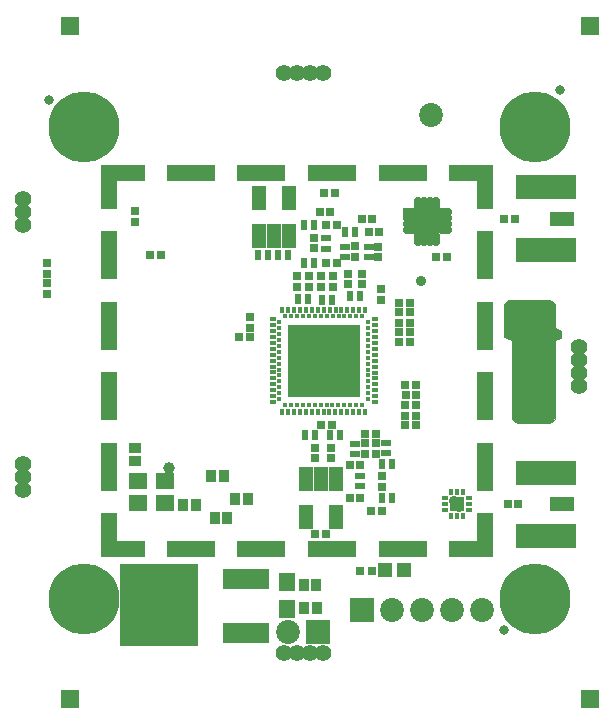
<source format=gts>
%FSLAX34Y34*%
G04 Gerber Fmt 3.4, Leading zero omitted, Abs format*
G04 (created by PCBNEW (2013-10-29 BZR 4389)-product) date 1/27/2015 9:26:38 PM*
%MOIN*%
G01*
G70*
G90*
G04 APERTURE LIST*
%ADD10C,0.005906*%
%ADD11C,0.031496*%
%ADD12C,0.035700*%
%ADD13C,0.055400*%
%ADD14R,0.059200X0.059200*%
%ADD15C,0.039500*%
%ADD16R,0.055000X0.058800*%
%ADD17R,0.058800X0.055000*%
%ADD18R,0.027300X0.025300*%
%ADD19R,0.025300X0.027300*%
%ADD20R,0.033700X0.021800*%
%ADD21R,0.021800X0.033700*%
%ADD22R,0.035300X0.039200*%
%ADD23R,0.039200X0.035300*%
%ADD24R,0.027300X0.027300*%
%ADD25C,0.236500*%
%ADD26R,0.157100X0.070400*%
%ADD27R,0.259400X0.275200*%
%ADD28R,0.051400X0.051400*%
%ADD29R,0.204900X0.078900*%
%ADD30R,0.078900X0.047500*%
%ADD31R,0.079700X0.079700*%
%ADD32C,0.079700*%
%ADD33R,0.045300X0.080300*%
%ADD34R,0.082300X0.082300*%
%ADD35O,0.027100X0.048900*%
%ADD36O,0.027600X0.048900*%
%ADD37O,0.027200X0.048900*%
%ADD38O,0.048900X0.027200*%
%ADD39R,0.048900X0.027200*%
%ADD40O,0.048900X0.027600*%
%ADD41R,0.035700X0.040900*%
%ADD42R,0.022000X0.031400*%
%ADD43R,0.047600X0.029500*%
%ADD44R,0.052700X0.029500*%
%ADD45R,0.055400X0.029500*%
%ADD46R,0.075900X0.029500*%
%ADD47R,0.021900X0.029500*%
%ADD48R,0.021900X0.028300*%
%ADD49R,0.022000X0.029500*%
%ADD50R,0.021900X0.037100*%
%ADD51R,0.021900X0.054200*%
%ADD52R,0.021900X0.050400*%
%ADD53R,0.021900X0.029400*%
%ADD54R,0.021900X0.040900*%
%ADD55R,0.021900X0.058000*%
%ADD56R,0.021900X0.067500*%
%ADD57R,0.021900X0.078900*%
%ADD58R,0.021900X0.084600*%
%ADD59R,0.021900X0.090300*%
%ADD60R,0.021900X0.097900*%
%ADD61R,0.021900X0.048500*%
%ADD62R,0.021900X0.044700*%
%ADD63R,0.021900X0.042800*%
%ADD64R,0.021900X0.039000*%
%ADD65R,0.021900X0.033300*%
%ADD66R,0.021900X0.027600*%
%ADD67R,0.021900X0.023800*%
%ADD68R,0.021900X0.063700*%
%ADD69R,0.021900X0.075100*%
%ADD70R,0.021900X0.031400*%
%ADD71R,0.021900X0.025700*%
%ADD72R,0.022000X0.034000*%
%ADD73R,0.021900X0.053500*%
%ADD74R,0.021900X0.035200*%
%ADD75R,0.021900X0.056100*%
%ADD76R,0.021900X0.059900*%
%ADD77R,0.021900X0.052300*%
%ADD78R,0.021900X0.046600*%
%ADD79R,0.079100X0.029500*%
%ADD80R,0.035700X0.029500*%
%ADD81R,0.022000X0.058000*%
%ADD82R,0.021900X0.061800*%
%ADD83R,0.049500X0.029500*%
%ADD84R,0.041700X0.029500*%
%ADD85R,0.092400X0.029500*%
%ADD86R,0.021900X0.398100*%
%ADD87R,0.012992X0.024803*%
%ADD88R,0.024803X0.012992*%
%ADD89R,0.046457X0.046457*%
%ADD90R,0.240146X0.240146*%
%ADD91R,0.023500X0.039300*%
%ADD92R,0.015500X0.015500*%
%ADD93R,0.015500X0.021500*%
%ADD94R,0.021500X0.015500*%
%ADD95R,0.164900X0.054600*%
%ADD96R,0.145300X0.054600*%
%ADD97R,0.054600X0.145300*%
%ADD98R,0.054600X0.164900*%
%ADD99C,0.003900*%
G04 APERTURE END LIST*
G54D10*
G54D11*
X48590Y-31346D03*
X65629Y-31015D03*
X63771Y-49007D03*
G54D12*
X61386Y-35540D03*
X61024Y-35536D03*
X61024Y-35198D03*
X61394Y-35193D03*
G54D13*
X47725Y-34630D03*
X47725Y-35063D03*
X47725Y-35496D03*
X47725Y-44335D03*
X47725Y-43902D03*
X47725Y-43469D03*
X66268Y-39571D03*
X66268Y-40004D03*
X66268Y-40437D03*
X66268Y-40870D03*
G54D14*
X49299Y-51303D03*
X49299Y-51303D03*
X66622Y-51303D03*
X66622Y-51303D03*
X66621Y-28862D03*
X66621Y-28862D03*
G54D12*
X58299Y-40354D03*
X58299Y-39921D03*
X58082Y-40138D03*
X58515Y-40138D03*
X61011Y-37386D03*
X62078Y-44708D03*
X62275Y-44901D03*
X58732Y-40354D03*
X57866Y-40354D03*
X57433Y-40354D03*
X57000Y-40354D03*
X56783Y-40571D03*
X57216Y-40571D03*
X57653Y-40571D03*
X58082Y-40571D03*
X58515Y-40571D03*
X58515Y-41004D03*
X58082Y-41004D03*
X57653Y-41004D03*
X57216Y-41004D03*
X56783Y-41004D03*
X57000Y-40787D03*
X57433Y-40787D03*
X58299Y-40787D03*
X57866Y-40787D03*
X58732Y-40787D03*
X58732Y-39921D03*
X57866Y-39921D03*
X57433Y-39921D03*
X57000Y-39921D03*
X56783Y-40138D03*
X57216Y-40138D03*
X57653Y-40138D03*
X58515Y-39705D03*
X58082Y-39705D03*
X57653Y-39705D03*
X57216Y-39705D03*
X56783Y-39705D03*
X57000Y-39488D03*
X57433Y-39488D03*
X58299Y-39488D03*
X57866Y-39488D03*
X58732Y-39488D03*
X58732Y-39055D03*
X57866Y-39055D03*
X58299Y-39055D03*
X57433Y-39055D03*
X57000Y-39055D03*
X56783Y-39272D03*
X57216Y-39272D03*
X57653Y-39272D03*
X58082Y-39272D03*
X58515Y-39272D03*
G54D15*
X52586Y-43621D03*
G54D16*
X56532Y-48310D03*
X56532Y-47406D03*
G54D17*
X51568Y-44036D03*
X52472Y-44036D03*
X51568Y-44772D03*
X52472Y-44772D03*
G54D18*
X51445Y-35036D03*
X51445Y-35406D03*
G54D19*
X61870Y-36559D03*
X61500Y-36559D03*
G54D18*
X60461Y-41890D03*
X60461Y-41520D03*
X55299Y-38559D03*
X55299Y-38929D03*
X60827Y-41504D03*
X60827Y-41874D03*
X60618Y-38784D03*
X60618Y-38414D03*
X60264Y-38402D03*
X60264Y-38772D03*
X59665Y-38024D03*
X59665Y-37654D03*
G54D20*
X58799Y-43133D03*
X58799Y-42793D03*
X57825Y-35952D03*
X57825Y-36292D03*
X59843Y-43123D03*
X59843Y-42783D03*
G54D21*
X58800Y-35740D03*
X58460Y-35740D03*
X57442Y-36787D03*
X57102Y-36787D03*
G54D20*
X58472Y-36568D03*
X58472Y-36228D03*
G54D21*
X57434Y-35512D03*
X57094Y-35512D03*
X58957Y-37870D03*
X58617Y-37870D03*
G54D20*
X59252Y-36247D03*
X59252Y-36587D03*
G54D21*
X58296Y-42520D03*
X57956Y-42520D03*
X57123Y-42500D03*
X57463Y-42500D03*
X59692Y-44606D03*
X60032Y-44606D03*
G54D20*
X58976Y-44225D03*
X58976Y-43885D03*
G54D21*
X59692Y-43484D03*
X60032Y-43484D03*
X57237Y-37984D03*
X56897Y-37984D03*
X56568Y-36500D03*
X56228Y-36500D03*
X55550Y-36496D03*
X55890Y-36496D03*
X58044Y-37992D03*
X57704Y-37992D03*
G54D22*
X57078Y-47500D03*
X57508Y-47500D03*
X57088Y-48284D03*
X57518Y-48284D03*
X54542Y-45276D03*
X54112Y-45276D03*
G54D23*
X51469Y-43372D03*
X51469Y-42943D03*
G54D22*
X53057Y-44851D03*
X53487Y-44851D03*
X55215Y-44638D03*
X54785Y-44638D03*
X53990Y-43882D03*
X54420Y-43882D03*
G54D24*
X59016Y-35305D03*
X59370Y-35305D03*
X59327Y-45031D03*
X59681Y-45031D03*
X58976Y-44606D03*
X58622Y-44606D03*
X59693Y-43878D03*
X59693Y-44232D03*
X58976Y-43504D03*
X58622Y-43504D03*
X59124Y-42776D03*
X59124Y-43130D03*
X59488Y-42776D03*
X59488Y-43130D03*
X59130Y-42477D03*
X59484Y-42477D03*
X59577Y-36584D03*
X59577Y-36230D03*
X57469Y-45799D03*
X57823Y-45799D03*
X57622Y-35059D03*
X57976Y-35059D03*
X58004Y-42933D03*
X58004Y-43287D03*
X57461Y-42933D03*
X57461Y-43287D03*
X57667Y-42165D03*
X58021Y-42165D03*
X59012Y-37480D03*
X59012Y-37126D03*
X59248Y-35744D03*
X59602Y-35744D03*
X58799Y-36575D03*
X58799Y-36221D03*
X57441Y-36289D03*
X57441Y-35935D03*
X51976Y-36496D03*
X52330Y-36496D03*
X57825Y-35522D03*
X58179Y-35522D03*
X58071Y-37579D03*
X58071Y-37225D03*
X57677Y-37579D03*
X57677Y-37225D03*
X57260Y-37575D03*
X57260Y-37221D03*
X57825Y-36781D03*
X58179Y-36781D03*
X57764Y-34433D03*
X58118Y-34433D03*
X56874Y-37567D03*
X56874Y-37213D03*
X58547Y-37480D03*
X58547Y-37126D03*
X63775Y-35299D03*
X64129Y-35299D03*
X48532Y-37130D03*
X48532Y-36776D03*
X48532Y-37457D03*
X48532Y-37811D03*
X60264Y-38110D03*
X60618Y-38110D03*
X60268Y-39083D03*
X60622Y-39083D03*
X60264Y-39406D03*
X60618Y-39406D03*
X60473Y-40831D03*
X60827Y-40831D03*
X60461Y-42173D03*
X60815Y-42173D03*
X55283Y-39252D03*
X54929Y-39252D03*
X60481Y-41173D03*
X60835Y-41173D03*
G54D25*
X49752Y-32228D03*
X64791Y-32228D03*
X64791Y-47975D03*
X49752Y-47975D03*
G54D26*
X55145Y-49107D03*
G54D27*
X52271Y-48173D03*
G54D26*
X55145Y-47309D03*
G54D19*
X59347Y-47051D03*
X58977Y-47051D03*
G54D28*
X60421Y-46992D03*
X59791Y-46992D03*
G54D15*
X52112Y-49195D03*
X51720Y-49197D03*
X52507Y-49197D03*
X51325Y-49197D03*
X51325Y-48802D03*
X51325Y-48410D03*
X51325Y-48015D03*
X51325Y-47622D03*
X51325Y-47267D03*
X51720Y-47267D03*
X52114Y-47267D03*
X52507Y-47267D03*
X52900Y-47267D03*
X52900Y-47622D03*
X52900Y-48015D03*
X52900Y-48410D03*
X52900Y-48802D03*
G54D14*
X49299Y-28862D03*
X49299Y-28862D03*
G54D13*
X56426Y-49768D03*
X56859Y-49768D03*
X57292Y-49768D03*
X57726Y-49768D03*
X56425Y-30437D03*
X56858Y-30437D03*
X57291Y-30437D03*
X57725Y-30437D03*
G54D29*
X65161Y-43763D03*
X65161Y-45867D03*
G54D30*
X65711Y-44815D03*
G54D29*
X65145Y-34246D03*
X65145Y-36350D03*
G54D30*
X65695Y-35298D03*
G54D31*
X57576Y-49079D03*
G54D32*
X56576Y-49079D03*
G54D33*
X57164Y-43981D03*
X57664Y-43981D03*
X58164Y-43981D03*
X58164Y-45232D03*
X57164Y-45232D03*
G54D34*
X61200Y-35379D03*
G54D35*
X61298Y-34799D03*
G54D36*
X61102Y-34799D03*
G54D35*
X60905Y-34799D03*
G54D36*
X61495Y-34799D03*
X61102Y-35959D03*
G54D37*
X60905Y-35960D03*
X61298Y-35960D03*
X61495Y-35960D03*
G54D38*
X60619Y-35281D03*
G54D39*
X60619Y-35084D03*
G54D38*
X60619Y-35477D03*
X60619Y-35674D03*
G54D40*
X61780Y-35281D03*
G54D38*
X61781Y-35084D03*
X61781Y-35477D03*
X61781Y-35674D03*
G54D33*
X56579Y-35874D03*
X56079Y-35874D03*
X55579Y-35874D03*
X55579Y-34623D03*
X56579Y-34623D03*
G54D41*
X65303Y-39141D03*
G54D42*
X65063Y-40479D03*
G54D43*
X64551Y-40832D03*
G54D44*
X64905Y-40832D03*
G54D45*
X64890Y-41137D03*
G54D46*
X64791Y-41438D03*
G54D47*
X65437Y-39141D03*
G54D48*
X64362Y-40940D03*
G54D49*
X64377Y-41328D03*
G54D48*
X64358Y-41334D03*
G54D50*
X64378Y-41479D03*
G54D51*
X65043Y-39587D03*
G54D52*
X65059Y-39606D03*
G54D47*
X65063Y-40224D03*
G54D49*
X65044Y-40224D03*
G54D53*
X65059Y-39826D03*
G54D54*
X63960Y-38571D03*
G54D55*
X63979Y-38561D03*
G54D56*
X63998Y-38571D03*
G54D57*
X64017Y-38571D03*
G54D58*
X64036Y-38561D03*
G54D59*
X64055Y-38571D03*
G54D60*
X64074Y-38571D03*
G54D61*
X64093Y-38837D03*
X64093Y-38305D03*
G54D62*
X64112Y-38875D03*
X64112Y-38267D03*
G54D63*
X64131Y-38903D03*
G54D54*
X64131Y-38229D03*
G54D64*
X64150Y-38922D03*
G54D50*
X64150Y-38210D03*
G54D65*
X64169Y-38932D03*
X64169Y-38210D03*
G54D47*
X64188Y-38932D03*
G54D62*
X64188Y-38571D03*
G54D66*
X64188Y-38200D03*
G54D67*
X64207Y-38941D03*
G54D51*
X64207Y-38561D03*
G54D67*
X64207Y-38200D03*
G54D68*
X64226Y-38571D03*
G54D56*
X64245Y-38571D03*
G54D69*
X64264Y-38571D03*
G54D63*
X64283Y-38751D03*
G54D54*
X64283Y-38381D03*
G54D50*
X64302Y-38780D03*
X64302Y-38362D03*
G54D70*
X64321Y-38789D03*
X64321Y-38352D03*
G54D71*
X64340Y-38799D03*
X64340Y-38343D03*
G54D65*
X64359Y-41915D03*
G54D72*
X64358Y-41464D03*
G54D73*
X64362Y-40712D03*
G54D70*
X64359Y-40024D03*
G54D52*
X64359Y-39606D03*
G54D47*
X64359Y-38571D03*
G54D74*
X64378Y-41905D03*
G54D47*
X64378Y-40946D03*
G54D75*
X64378Y-40699D03*
G54D74*
X64378Y-40024D03*
G54D51*
X64378Y-39587D03*
G54D54*
X64378Y-38571D03*
G54D74*
X64397Y-41905D03*
G54D50*
X64397Y-41478D03*
G54D47*
X64397Y-41326D03*
X64397Y-40946D03*
G54D55*
X64397Y-40689D03*
G54D74*
X64397Y-40024D03*
G54D55*
X64397Y-39568D03*
G54D61*
X64397Y-38571D03*
G54D74*
X64416Y-41905D03*
G54D50*
X64416Y-41478D03*
G54D47*
X64416Y-41307D03*
X64416Y-40965D03*
G54D76*
X64416Y-40680D03*
G54D74*
X64416Y-40024D03*
G54D76*
X64416Y-39559D03*
G54D77*
X64416Y-38571D03*
G54D50*
X64435Y-41896D03*
X64435Y-41478D03*
G54D47*
X64435Y-41307D03*
X64435Y-40965D03*
G54D65*
X64435Y-40528D03*
G54D50*
X64435Y-40034D03*
G54D74*
X64435Y-39416D03*
G54D47*
X64435Y-38685D03*
X64435Y-38457D03*
G54D50*
X64454Y-41896D03*
X64454Y-41478D03*
G54D47*
X64454Y-41288D03*
X64454Y-40984D03*
G54D70*
X64454Y-40499D03*
G54D64*
X64454Y-40024D03*
G54D65*
X64454Y-39388D03*
G54D67*
X64454Y-38694D03*
X64454Y-38447D03*
G54D50*
X64473Y-41896D03*
G54D64*
X64473Y-41487D03*
G54D47*
X64473Y-41288D03*
X64473Y-40984D03*
X64473Y-40490D03*
G54D66*
X64473Y-40081D03*
G54D47*
X64473Y-39977D03*
G54D70*
X64473Y-39359D03*
G54D50*
X64492Y-41896D03*
G54D64*
X64492Y-41487D03*
G54D47*
X64492Y-41269D03*
G54D66*
X64492Y-40993D03*
G54D47*
X64492Y-40490D03*
X64492Y-40091D03*
G54D66*
X64492Y-39967D03*
G54D70*
X64492Y-39359D03*
G54D64*
X64511Y-41886D03*
X64511Y-41487D03*
G54D47*
X64511Y-41269D03*
X64511Y-41003D03*
X64511Y-40471D03*
X64511Y-40091D03*
X64511Y-39958D03*
G54D70*
X64511Y-39340D03*
G54D66*
X64530Y-41829D03*
G54D64*
X64530Y-41487D03*
G54D47*
X64530Y-41250D03*
G54D66*
X64530Y-41012D03*
G54D47*
X64530Y-40471D03*
X64530Y-40091D03*
X64530Y-39958D03*
X64530Y-39331D03*
G54D66*
X64549Y-41829D03*
G54D54*
X64549Y-41497D03*
G54D47*
X64549Y-41250D03*
X64549Y-41022D03*
X64549Y-40471D03*
G54D66*
X64549Y-40100D03*
G54D47*
X64549Y-39958D03*
X64549Y-39331D03*
X64568Y-41820D03*
X64568Y-41554D03*
X64568Y-41231D03*
G54D66*
X64568Y-41031D03*
G54D47*
X64568Y-40471D03*
X64568Y-40110D03*
G54D66*
X64568Y-39948D03*
G54D78*
X64568Y-38789D03*
G54D52*
X64568Y-38333D03*
G54D66*
X64587Y-41810D03*
X64587Y-41563D03*
G54D47*
X64587Y-41231D03*
X64587Y-41041D03*
X64587Y-40471D03*
X64587Y-40110D03*
X64587Y-39939D03*
G54D61*
X64587Y-38780D03*
G54D52*
X64587Y-38333D03*
G54D66*
X64606Y-41810D03*
G54D47*
X64606Y-41573D03*
X64606Y-41212D03*
G54D66*
X64606Y-41050D03*
G54D47*
X64606Y-40490D03*
G54D66*
X64606Y-40119D03*
G54D47*
X64606Y-39939D03*
G54D77*
X64606Y-38761D03*
G54D52*
X64606Y-38333D03*
G54D66*
X64625Y-41810D03*
G54D47*
X64625Y-41573D03*
X64625Y-41212D03*
X64625Y-41060D03*
G54D70*
X64625Y-40499D03*
G54D47*
X64625Y-40129D03*
X64625Y-39939D03*
G54D77*
X64625Y-38761D03*
G54D52*
X64625Y-38333D03*
G54D47*
X64644Y-41801D03*
X64644Y-41573D03*
X64644Y-41193D03*
G54D66*
X64644Y-41069D03*
G54D70*
X64644Y-40518D03*
G54D47*
X64644Y-40129D03*
X64644Y-39920D03*
G54D65*
X64644Y-38647D03*
G54D66*
X64663Y-41791D03*
X64663Y-41582D03*
G54D64*
X64663Y-41126D03*
G54D74*
X64663Y-40537D03*
G54D47*
X64663Y-40129D03*
X64663Y-39920D03*
X64663Y-38628D03*
G54D66*
X64682Y-41791D03*
G54D47*
X64682Y-41592D03*
G54D50*
X64682Y-41136D03*
G54D76*
X64682Y-40680D03*
G54D66*
X64682Y-40138D03*
G54D47*
X64682Y-39920D03*
X64682Y-38609D03*
G54D66*
X64701Y-41791D03*
G54D47*
X64701Y-41592D03*
G54D74*
X64701Y-41126D03*
G54D55*
X64701Y-40689D03*
G54D47*
X64701Y-40148D03*
X64701Y-39901D03*
G54D79*
X64704Y-39711D03*
G54D80*
X64701Y-38875D03*
G54D47*
X64701Y-38609D03*
G54D80*
X64701Y-38438D03*
G54D47*
X64720Y-41782D03*
G54D66*
X64720Y-41601D03*
G54D65*
X64720Y-41136D03*
G54D51*
X64720Y-40708D03*
G54D47*
X64720Y-40148D03*
X64720Y-39901D03*
G54D66*
X64720Y-38618D03*
G54D46*
X64791Y-41934D03*
G54D66*
X64739Y-41772D03*
X64739Y-41601D03*
G54D77*
X64739Y-40718D03*
G54D47*
X64739Y-40148D03*
X64739Y-39901D03*
X64739Y-38628D03*
G54D66*
X64758Y-41772D03*
G54D47*
X64758Y-41611D03*
X64758Y-40604D03*
G54D70*
X64758Y-40157D03*
G54D47*
X64758Y-39901D03*
G54D70*
X64758Y-38637D03*
G54D47*
X64777Y-41763D03*
X64777Y-41611D03*
G54D70*
X64777Y-40594D03*
G54D81*
X64777Y-40024D03*
G54D77*
X64777Y-38761D03*
G54D62*
X64777Y-38362D03*
G54D66*
X64796Y-41753D03*
X64796Y-41620D03*
G54D47*
X64796Y-40585D03*
G54D55*
X64796Y-40024D03*
G54D52*
X64796Y-38770D03*
G54D62*
X64796Y-38362D03*
G54D66*
X64815Y-41753D03*
X64815Y-41620D03*
G54D70*
X64815Y-40575D03*
G54D55*
X64815Y-40024D03*
G54D61*
X64815Y-38780D03*
G54D62*
X64815Y-38362D03*
G54D66*
X64834Y-41753D03*
G54D47*
X64834Y-41630D03*
G54D70*
X64834Y-40575D03*
G54D82*
X64834Y-40024D03*
G54D83*
X64701Y-39311D03*
G54D78*
X64834Y-38789D03*
G54D62*
X64834Y-38362D03*
G54D47*
X64853Y-41744D03*
X64853Y-41630D03*
X64853Y-40566D03*
X64853Y-40186D03*
X64853Y-39863D03*
G54D70*
X64853Y-39321D03*
X64853Y-38694D03*
G54D66*
X64872Y-41734D03*
X64872Y-41639D03*
G54D70*
X64872Y-40556D03*
G54D47*
X64872Y-40186D03*
X64872Y-39863D03*
X64872Y-39331D03*
X64872Y-38685D03*
G54D50*
X64891Y-41687D03*
G54D47*
X64891Y-40547D03*
X64891Y-40205D03*
X64891Y-39863D03*
G54D70*
X64891Y-39340D03*
G54D47*
X64891Y-38685D03*
G54D50*
X64910Y-41687D03*
G54D70*
X64910Y-40537D03*
G54D47*
X64910Y-40205D03*
X64910Y-39844D03*
X64910Y-39350D03*
X64910Y-38666D03*
G54D74*
X64929Y-41696D03*
G54D70*
X64929Y-40537D03*
G54D47*
X64929Y-40205D03*
X64929Y-39844D03*
G54D70*
X64929Y-39359D03*
G54D47*
X64929Y-38666D03*
G54D65*
X64948Y-41687D03*
G54D47*
X64948Y-40528D03*
X64948Y-40205D03*
X64948Y-39844D03*
G54D70*
X64948Y-39378D03*
G54D47*
X64948Y-38647D03*
G54D84*
X64945Y-38438D03*
G54D65*
X64967Y-41687D03*
G54D70*
X64967Y-40518D03*
G54D47*
X64967Y-40224D03*
X64967Y-39825D03*
G54D74*
X64967Y-39397D03*
G54D84*
X64945Y-38875D03*
G54D47*
X64967Y-38647D03*
G54D65*
X64986Y-41687D03*
G54D47*
X64986Y-40509D03*
G54D85*
X64712Y-40345D03*
G54D47*
X64986Y-40224D03*
X64986Y-39825D03*
G54D70*
X64986Y-39701D03*
G54D54*
X64986Y-39445D03*
G54D47*
X64986Y-39141D03*
X64986Y-38628D03*
X65005Y-41687D03*
G54D70*
X65005Y-40499D03*
G54D47*
X65005Y-40224D03*
X65005Y-39825D03*
G54D76*
X65005Y-39559D03*
G54D65*
X65005Y-39141D03*
G54D47*
X65005Y-38628D03*
X65024Y-41687D03*
X65024Y-40490D03*
X65024Y-40224D03*
X65024Y-39825D03*
G54D75*
X65024Y-39578D03*
G54D50*
X65024Y-39141D03*
G54D66*
X65024Y-38618D03*
G54D47*
X65043Y-41687D03*
G54D70*
X65043Y-40480D03*
G54D53*
X65043Y-39826D03*
G54D47*
X65043Y-38609D03*
G54D71*
X65062Y-41687D03*
G54D41*
X65110Y-39141D03*
G54D86*
X65195Y-40091D03*
X65214Y-40091D03*
X65233Y-40091D03*
G54D64*
X65386Y-39141D03*
G54D50*
X65404Y-39141D03*
G54D65*
X65421Y-39141D03*
G54D32*
X61314Y-31834D03*
X63043Y-48350D03*
X62043Y-48350D03*
X61043Y-48350D03*
G54D31*
X59043Y-48330D03*
G54D32*
X60043Y-48350D03*
G54D87*
X62185Y-45208D03*
X61988Y-45208D03*
X62381Y-45208D03*
X62381Y-44421D03*
X62185Y-44421D03*
X61988Y-44421D03*
G54D88*
X61791Y-45011D03*
X61791Y-44814D03*
X61791Y-44618D03*
X62578Y-44814D03*
X62578Y-44618D03*
X62578Y-45011D03*
G54D89*
X62185Y-44814D03*
G54D24*
X63882Y-44814D03*
X64236Y-44814D03*
G54D90*
X57751Y-40028D03*
G54D91*
X58242Y-40948D03*
X58242Y-40580D03*
X58242Y-40216D03*
X58242Y-39845D03*
X58242Y-39480D03*
X58242Y-39113D03*
X58437Y-39113D03*
X58439Y-39480D03*
X58439Y-39845D03*
X58439Y-40216D03*
X58439Y-40580D03*
X58439Y-40948D03*
X58827Y-40948D03*
X58827Y-40580D03*
X58827Y-40216D03*
X58827Y-39845D03*
X58827Y-39480D03*
X58827Y-39113D03*
X58630Y-39113D03*
X58630Y-39480D03*
X58630Y-39845D03*
X58630Y-40216D03*
X58630Y-40580D03*
X58630Y-40948D03*
X57462Y-40948D03*
X57462Y-40580D03*
X57462Y-40216D03*
X57462Y-39845D03*
X57462Y-39480D03*
X57462Y-39113D03*
X57657Y-39113D03*
X57659Y-39480D03*
X57659Y-39845D03*
X57659Y-40216D03*
X57659Y-40580D03*
X57659Y-40948D03*
X58047Y-40948D03*
X58047Y-40580D03*
X58047Y-40216D03*
X58047Y-39845D03*
X58047Y-39480D03*
X58047Y-39113D03*
X57850Y-39113D03*
X57850Y-39480D03*
X57850Y-39845D03*
X57850Y-40216D03*
X57850Y-40580D03*
X57850Y-40948D03*
X57067Y-40948D03*
X57067Y-40580D03*
X57067Y-40216D03*
X57067Y-39845D03*
X57067Y-39480D03*
X57067Y-39113D03*
X57264Y-39113D03*
X57265Y-39480D03*
X57265Y-39845D03*
X57265Y-40216D03*
X57265Y-40580D03*
X57265Y-40948D03*
X56875Y-40948D03*
X56875Y-40580D03*
X56875Y-40216D03*
X56875Y-39845D03*
X56875Y-39480D03*
X56875Y-39113D03*
G54D92*
X58836Y-38554D03*
X59033Y-38554D03*
X58638Y-38554D03*
X58441Y-38554D03*
X58245Y-38554D03*
X58048Y-38554D03*
X57851Y-38554D03*
X57655Y-38554D03*
X57458Y-38554D03*
X57260Y-38554D03*
X57063Y-38554D03*
X56866Y-38554D03*
X56671Y-38554D03*
G54D93*
X59130Y-38330D03*
X58933Y-38330D03*
X58738Y-38330D03*
X58541Y-38330D03*
X58343Y-38330D03*
X58146Y-38330D03*
X57950Y-38330D03*
X57753Y-38330D03*
X57556Y-38330D03*
X57360Y-38330D03*
X57163Y-38330D03*
X56966Y-38330D03*
X56768Y-38330D03*
X56571Y-38330D03*
G54D92*
X56473Y-38554D03*
G54D94*
X59453Y-38653D03*
G54D92*
X59228Y-38753D03*
G54D94*
X59453Y-38852D03*
X59453Y-39048D03*
X59453Y-39245D03*
X59453Y-39442D03*
X59453Y-39638D03*
X59451Y-39835D03*
X59453Y-40032D03*
X59453Y-40228D03*
X59453Y-40427D03*
X59453Y-40622D03*
X59453Y-40820D03*
X59453Y-41017D03*
X59453Y-41212D03*
X59453Y-41400D03*
G54D92*
X59228Y-38950D03*
X59228Y-39145D03*
X59228Y-39343D03*
X59228Y-39540D03*
X59228Y-39737D03*
X59228Y-39933D03*
X59228Y-40132D03*
X59228Y-40327D03*
X59228Y-40523D03*
X59228Y-40722D03*
X59228Y-40918D03*
X59228Y-41312D03*
X59228Y-41115D03*
X58830Y-41505D03*
X59026Y-41505D03*
X58633Y-41505D03*
X58436Y-41505D03*
X58238Y-41505D03*
X58043Y-41505D03*
X57846Y-41505D03*
X57648Y-41505D03*
X57451Y-41505D03*
X57255Y-41505D03*
X57058Y-41505D03*
X56860Y-41505D03*
X56665Y-41505D03*
G54D93*
X59123Y-41730D03*
X58926Y-41730D03*
X58731Y-41730D03*
X58535Y-41730D03*
X58338Y-41730D03*
X58141Y-41730D03*
X57943Y-41730D03*
X57746Y-41730D03*
X57550Y-41729D03*
X57353Y-41730D03*
X57156Y-41730D03*
X56960Y-41730D03*
X56763Y-41730D03*
X56566Y-41730D03*
G54D92*
X56468Y-41505D03*
G54D93*
X56368Y-41730D03*
X56374Y-38330D03*
G54D94*
X56051Y-38652D03*
G54D92*
X56276Y-38751D03*
G54D94*
X56051Y-38849D03*
X56051Y-39046D03*
X56051Y-39243D03*
X56051Y-39440D03*
X56051Y-39637D03*
X56051Y-39833D03*
X56051Y-40030D03*
X56051Y-40227D03*
X56051Y-40424D03*
X56051Y-40621D03*
X56051Y-40818D03*
X56051Y-41015D03*
X56051Y-41210D03*
X56051Y-41407D03*
G54D92*
X56276Y-38948D03*
X56276Y-39144D03*
X56276Y-39341D03*
X56276Y-39538D03*
X56276Y-39735D03*
X56276Y-39932D03*
X56276Y-40129D03*
X56276Y-40326D03*
X56276Y-40522D03*
X56276Y-40719D03*
X56276Y-40916D03*
X56276Y-41310D03*
X56276Y-41113D03*
G54D91*
X56679Y-39113D03*
X56679Y-39480D03*
X56679Y-39845D03*
X56679Y-40216D03*
X56679Y-40580D03*
X56679Y-40948D03*
G54D95*
X60400Y-33783D03*
X58038Y-33783D03*
X55676Y-33783D03*
X53313Y-33783D03*
G54D96*
X51051Y-33783D03*
G54D97*
X50599Y-34235D03*
G54D98*
X63116Y-36500D03*
X63116Y-38862D03*
X63116Y-41223D03*
X63116Y-43587D03*
G54D96*
X62663Y-46301D03*
G54D97*
X63116Y-45847D03*
X50599Y-45847D03*
G54D96*
X51051Y-46301D03*
G54D95*
X53313Y-46301D03*
X55676Y-46301D03*
X58038Y-46301D03*
X60400Y-46301D03*
G54D98*
X50599Y-43587D03*
X50599Y-41223D03*
X50599Y-38862D03*
X50599Y-36500D03*
G54D96*
X62663Y-33783D03*
G54D97*
X63116Y-34235D03*
G54D10*
G36*
X65649Y-39277D02*
X65452Y-39356D01*
X65452Y-41960D01*
X65306Y-42106D01*
X64181Y-42106D01*
X64035Y-41960D01*
X64035Y-39357D01*
X63759Y-39239D01*
X63759Y-38158D01*
X63906Y-38011D01*
X65306Y-38011D01*
X65452Y-38158D01*
X65452Y-38950D01*
X65649Y-39029D01*
X65649Y-39277D01*
X65649Y-39277D01*
G37*
G54D99*
X65649Y-39277D02*
X65452Y-39356D01*
X65452Y-41960D01*
X65306Y-42106D01*
X64181Y-42106D01*
X64035Y-41960D01*
X64035Y-39357D01*
X63759Y-39239D01*
X63759Y-38158D01*
X63906Y-38011D01*
X65306Y-38011D01*
X65452Y-38158D01*
X65452Y-38950D01*
X65649Y-39029D01*
X65649Y-39277D01*
M02*

</source>
